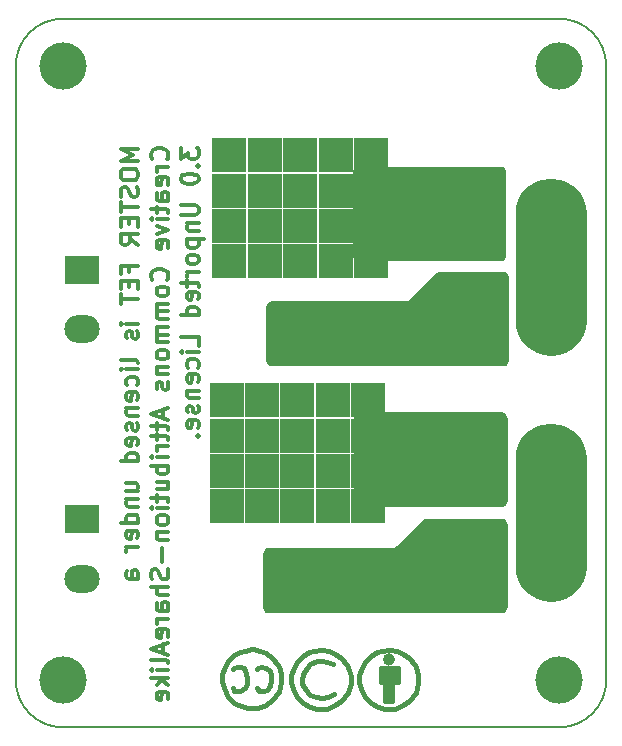
<source format=gbr>
G04 #@! TF.GenerationSoftware,KiCad,Pcbnew,(5.1.10)-1*
G04 #@! TF.CreationDate,2021-07-01T22:43:24-04:00*
G04 #@! TF.ProjectId,MOSTERFET,4d4f5354-4552-4464-9554-2e6b69636164,1.2*
G04 #@! TF.SameCoordinates,Original*
G04 #@! TF.FileFunction,Copper,L2,Bot*
G04 #@! TF.FilePolarity,Positive*
%FSLAX46Y46*%
G04 Gerber Fmt 4.6, Leading zero omitted, Abs format (unit mm)*
G04 Created by KiCad (PCBNEW (5.1.10)-1) date 2021-07-01 22:43:24*
%MOMM*%
%LPD*%
G01*
G04 APERTURE LIST*
G04 #@! TA.AperFunction,Profile*
%ADD10C,0.150000*%
G04 #@! TD*
G04 #@! TA.AperFunction,NonConductor*
%ADD11C,0.300000*%
G04 #@! TD*
G04 #@! TA.AperFunction,EtchedComponent*
%ADD12C,0.381000*%
G04 #@! TD*
G04 #@! TA.AperFunction,ComponentPad*
%ADD13R,3.000000X3.000000*%
G04 #@! TD*
G04 #@! TA.AperFunction,WasherPad*
%ADD14C,4.000000*%
G04 #@! TD*
G04 #@! TA.AperFunction,ComponentPad*
%ADD15O,3.000000X2.350000*%
G04 #@! TD*
G04 #@! TA.AperFunction,ComponentPad*
%ADD16R,3.000000X2.350000*%
G04 #@! TD*
G04 #@! TA.AperFunction,ComponentPad*
%ADD17C,6.000000*%
G04 #@! TD*
G04 #@! TA.AperFunction,ViaPad*
%ADD18C,0.600000*%
G04 #@! TD*
G04 #@! TA.AperFunction,Conductor*
%ADD19C,0.400000*%
G04 #@! TD*
G04 #@! TA.AperFunction,Conductor*
%ADD20C,6.000000*%
G04 #@! TD*
G04 #@! TA.AperFunction,Conductor*
%ADD21C,0.254000*%
G04 #@! TD*
G04 #@! TA.AperFunction,Conductor*
%ADD22C,0.100000*%
G04 #@! TD*
G04 APERTURE END LIST*
D10*
X73000000Y-61000000D02*
G75*
G02*
X77000000Y-57000000I4000000J0D01*
G01*
X77000000Y-117000000D02*
G75*
G02*
X73000000Y-113000000I0J4000000D01*
G01*
X123000000Y-113000000D02*
G75*
G02*
X119000000Y-117000000I-4000000J0D01*
G01*
X119000000Y-57000000D02*
G75*
G02*
X123000000Y-61000000I0J-4000000D01*
G01*
D11*
X83378571Y-68052142D02*
X81878571Y-68052142D01*
X82950000Y-68552142D01*
X81878571Y-69052142D01*
X83378571Y-69052142D01*
X81878571Y-70052142D02*
X81878571Y-70337857D01*
X81950000Y-70480714D01*
X82092857Y-70623571D01*
X82378571Y-70695000D01*
X82878571Y-70695000D01*
X83164285Y-70623571D01*
X83307142Y-70480714D01*
X83378571Y-70337857D01*
X83378571Y-70052142D01*
X83307142Y-69909285D01*
X83164285Y-69766428D01*
X82878571Y-69695000D01*
X82378571Y-69695000D01*
X82092857Y-69766428D01*
X81950000Y-69909285D01*
X81878571Y-70052142D01*
X83307142Y-71266428D02*
X83378571Y-71480714D01*
X83378571Y-71837857D01*
X83307142Y-71980714D01*
X83235714Y-72052142D01*
X83092857Y-72123571D01*
X82950000Y-72123571D01*
X82807142Y-72052142D01*
X82735714Y-71980714D01*
X82664285Y-71837857D01*
X82592857Y-71552142D01*
X82521428Y-71409285D01*
X82450000Y-71337857D01*
X82307142Y-71266428D01*
X82164285Y-71266428D01*
X82021428Y-71337857D01*
X81950000Y-71409285D01*
X81878571Y-71552142D01*
X81878571Y-71909285D01*
X81950000Y-72123571D01*
X81878571Y-72552142D02*
X81878571Y-73409285D01*
X83378571Y-72980714D02*
X81878571Y-72980714D01*
X82592857Y-73909285D02*
X82592857Y-74409285D01*
X83378571Y-74623571D02*
X83378571Y-73909285D01*
X81878571Y-73909285D01*
X81878571Y-74623571D01*
X83378571Y-76123571D02*
X82664285Y-75623571D01*
X83378571Y-75266428D02*
X81878571Y-75266428D01*
X81878571Y-75837857D01*
X81950000Y-75980714D01*
X82021428Y-76052142D01*
X82164285Y-76123571D01*
X82378571Y-76123571D01*
X82521428Y-76052142D01*
X82592857Y-75980714D01*
X82664285Y-75837857D01*
X82664285Y-75266428D01*
X82592857Y-78409285D02*
X82592857Y-77909285D01*
X83378571Y-77909285D02*
X81878571Y-77909285D01*
X81878571Y-78623571D01*
X82592857Y-79195000D02*
X82592857Y-79695000D01*
X83378571Y-79909285D02*
X83378571Y-79195000D01*
X81878571Y-79195000D01*
X81878571Y-79909285D01*
X81878571Y-80337857D02*
X81878571Y-81195000D01*
X83378571Y-80766428D02*
X81878571Y-80766428D01*
X83378571Y-82837857D02*
X82378571Y-82837857D01*
X81878571Y-82837857D02*
X81950000Y-82766428D01*
X82021428Y-82837857D01*
X81950000Y-82909285D01*
X81878571Y-82837857D01*
X82021428Y-82837857D01*
X83307142Y-83480714D02*
X83378571Y-83623571D01*
X83378571Y-83909285D01*
X83307142Y-84052142D01*
X83164285Y-84123571D01*
X83092857Y-84123571D01*
X82950000Y-84052142D01*
X82878571Y-83909285D01*
X82878571Y-83695000D01*
X82807142Y-83552142D01*
X82664285Y-83480714D01*
X82592857Y-83480714D01*
X82450000Y-83552142D01*
X82378571Y-83695000D01*
X82378571Y-83909285D01*
X82450000Y-84052142D01*
X83378571Y-86123571D02*
X83307142Y-85980714D01*
X83164285Y-85909285D01*
X81878571Y-85909285D01*
X83378571Y-86695000D02*
X82378571Y-86695000D01*
X81878571Y-86695000D02*
X81950000Y-86623571D01*
X82021428Y-86695000D01*
X81950000Y-86766428D01*
X81878571Y-86695000D01*
X82021428Y-86695000D01*
X83307142Y-88052142D02*
X83378571Y-87909285D01*
X83378571Y-87623571D01*
X83307142Y-87480714D01*
X83235714Y-87409285D01*
X83092857Y-87337857D01*
X82664285Y-87337857D01*
X82521428Y-87409285D01*
X82450000Y-87480714D01*
X82378571Y-87623571D01*
X82378571Y-87909285D01*
X82450000Y-88052142D01*
X83307142Y-89266428D02*
X83378571Y-89123571D01*
X83378571Y-88837857D01*
X83307142Y-88695000D01*
X83164285Y-88623571D01*
X82592857Y-88623571D01*
X82450000Y-88695000D01*
X82378571Y-88837857D01*
X82378571Y-89123571D01*
X82450000Y-89266428D01*
X82592857Y-89337857D01*
X82735714Y-89337857D01*
X82878571Y-88623571D01*
X82378571Y-89980714D02*
X83378571Y-89980714D01*
X82521428Y-89980714D02*
X82450000Y-90052142D01*
X82378571Y-90195000D01*
X82378571Y-90409285D01*
X82450000Y-90552142D01*
X82592857Y-90623571D01*
X83378571Y-90623571D01*
X83307142Y-91266428D02*
X83378571Y-91409285D01*
X83378571Y-91695000D01*
X83307142Y-91837857D01*
X83164285Y-91909285D01*
X83092857Y-91909285D01*
X82950000Y-91837857D01*
X82878571Y-91695000D01*
X82878571Y-91480714D01*
X82807142Y-91337857D01*
X82664285Y-91266428D01*
X82592857Y-91266428D01*
X82450000Y-91337857D01*
X82378571Y-91480714D01*
X82378571Y-91695000D01*
X82450000Y-91837857D01*
X83307142Y-93123571D02*
X83378571Y-92980714D01*
X83378571Y-92695000D01*
X83307142Y-92552142D01*
X83164285Y-92480714D01*
X82592857Y-92480714D01*
X82450000Y-92552142D01*
X82378571Y-92695000D01*
X82378571Y-92980714D01*
X82450000Y-93123571D01*
X82592857Y-93195000D01*
X82735714Y-93195000D01*
X82878571Y-92480714D01*
X83378571Y-94480714D02*
X81878571Y-94480714D01*
X83307142Y-94480714D02*
X83378571Y-94337857D01*
X83378571Y-94052142D01*
X83307142Y-93909285D01*
X83235714Y-93837857D01*
X83092857Y-93766428D01*
X82664285Y-93766428D01*
X82521428Y-93837857D01*
X82450000Y-93909285D01*
X82378571Y-94052142D01*
X82378571Y-94337857D01*
X82450000Y-94480714D01*
X82378571Y-96980714D02*
X83378571Y-96980714D01*
X82378571Y-96337857D02*
X83164285Y-96337857D01*
X83307142Y-96409285D01*
X83378571Y-96552142D01*
X83378571Y-96766428D01*
X83307142Y-96909285D01*
X83235714Y-96980714D01*
X82378571Y-97695000D02*
X83378571Y-97695000D01*
X82521428Y-97695000D02*
X82450000Y-97766428D01*
X82378571Y-97909285D01*
X82378571Y-98123571D01*
X82450000Y-98266428D01*
X82592857Y-98337857D01*
X83378571Y-98337857D01*
X83378571Y-99695000D02*
X81878571Y-99695000D01*
X83307142Y-99695000D02*
X83378571Y-99552142D01*
X83378571Y-99266428D01*
X83307142Y-99123571D01*
X83235714Y-99052142D01*
X83092857Y-98980714D01*
X82664285Y-98980714D01*
X82521428Y-99052142D01*
X82450000Y-99123571D01*
X82378571Y-99266428D01*
X82378571Y-99552142D01*
X82450000Y-99695000D01*
X83307142Y-100980714D02*
X83378571Y-100837857D01*
X83378571Y-100552142D01*
X83307142Y-100409285D01*
X83164285Y-100337857D01*
X82592857Y-100337857D01*
X82450000Y-100409285D01*
X82378571Y-100552142D01*
X82378571Y-100837857D01*
X82450000Y-100980714D01*
X82592857Y-101052142D01*
X82735714Y-101052142D01*
X82878571Y-100337857D01*
X83378571Y-101695000D02*
X82378571Y-101695000D01*
X82664285Y-101695000D02*
X82521428Y-101766428D01*
X82450000Y-101837857D01*
X82378571Y-101980714D01*
X82378571Y-102123571D01*
X83378571Y-104409285D02*
X82592857Y-104409285D01*
X82450000Y-104337857D01*
X82378571Y-104195000D01*
X82378571Y-103909285D01*
X82450000Y-103766428D01*
X83307142Y-104409285D02*
X83378571Y-104266428D01*
X83378571Y-103909285D01*
X83307142Y-103766428D01*
X83164285Y-103695000D01*
X83021428Y-103695000D01*
X82878571Y-103766428D01*
X82807142Y-103909285D01*
X82807142Y-104266428D01*
X82735714Y-104409285D01*
X85785714Y-68909285D02*
X85857142Y-68837857D01*
X85928571Y-68623571D01*
X85928571Y-68480714D01*
X85857142Y-68266428D01*
X85714285Y-68123571D01*
X85571428Y-68052142D01*
X85285714Y-67980714D01*
X85071428Y-67980714D01*
X84785714Y-68052142D01*
X84642857Y-68123571D01*
X84500000Y-68266428D01*
X84428571Y-68480714D01*
X84428571Y-68623571D01*
X84500000Y-68837857D01*
X84571428Y-68909285D01*
X85928571Y-69552142D02*
X84928571Y-69552142D01*
X85214285Y-69552142D02*
X85071428Y-69623571D01*
X85000000Y-69695000D01*
X84928571Y-69837857D01*
X84928571Y-69980714D01*
X85857142Y-71052142D02*
X85928571Y-70909285D01*
X85928571Y-70623571D01*
X85857142Y-70480714D01*
X85714285Y-70409285D01*
X85142857Y-70409285D01*
X85000000Y-70480714D01*
X84928571Y-70623571D01*
X84928571Y-70909285D01*
X85000000Y-71052142D01*
X85142857Y-71123571D01*
X85285714Y-71123571D01*
X85428571Y-70409285D01*
X85928571Y-72409285D02*
X85142857Y-72409285D01*
X85000000Y-72337857D01*
X84928571Y-72195000D01*
X84928571Y-71909285D01*
X85000000Y-71766428D01*
X85857142Y-72409285D02*
X85928571Y-72266428D01*
X85928571Y-71909285D01*
X85857142Y-71766428D01*
X85714285Y-71695000D01*
X85571428Y-71695000D01*
X85428571Y-71766428D01*
X85357142Y-71909285D01*
X85357142Y-72266428D01*
X85285714Y-72409285D01*
X84928571Y-72909285D02*
X84928571Y-73480714D01*
X84428571Y-73123571D02*
X85714285Y-73123571D01*
X85857142Y-73195000D01*
X85928571Y-73337857D01*
X85928571Y-73480714D01*
X85928571Y-73980714D02*
X84928571Y-73980714D01*
X84428571Y-73980714D02*
X84500000Y-73909285D01*
X84571428Y-73980714D01*
X84500000Y-74052142D01*
X84428571Y-73980714D01*
X84571428Y-73980714D01*
X84928571Y-74552142D02*
X85928571Y-74909285D01*
X84928571Y-75266428D01*
X85857142Y-76409285D02*
X85928571Y-76266428D01*
X85928571Y-75980714D01*
X85857142Y-75837857D01*
X85714285Y-75766428D01*
X85142857Y-75766428D01*
X85000000Y-75837857D01*
X84928571Y-75980714D01*
X84928571Y-76266428D01*
X85000000Y-76409285D01*
X85142857Y-76480714D01*
X85285714Y-76480714D01*
X85428571Y-75766428D01*
X85785714Y-79123571D02*
X85857142Y-79052142D01*
X85928571Y-78837857D01*
X85928571Y-78695000D01*
X85857142Y-78480714D01*
X85714285Y-78337857D01*
X85571428Y-78266428D01*
X85285714Y-78195000D01*
X85071428Y-78195000D01*
X84785714Y-78266428D01*
X84642857Y-78337857D01*
X84500000Y-78480714D01*
X84428571Y-78695000D01*
X84428571Y-78837857D01*
X84500000Y-79052142D01*
X84571428Y-79123571D01*
X85928571Y-79980714D02*
X85857142Y-79837857D01*
X85785714Y-79766428D01*
X85642857Y-79695000D01*
X85214285Y-79695000D01*
X85071428Y-79766428D01*
X85000000Y-79837857D01*
X84928571Y-79980714D01*
X84928571Y-80195000D01*
X85000000Y-80337857D01*
X85071428Y-80409285D01*
X85214285Y-80480714D01*
X85642857Y-80480714D01*
X85785714Y-80409285D01*
X85857142Y-80337857D01*
X85928571Y-80195000D01*
X85928571Y-79980714D01*
X85928571Y-81123571D02*
X84928571Y-81123571D01*
X85071428Y-81123571D02*
X85000000Y-81195000D01*
X84928571Y-81337857D01*
X84928571Y-81552142D01*
X85000000Y-81695000D01*
X85142857Y-81766428D01*
X85928571Y-81766428D01*
X85142857Y-81766428D02*
X85000000Y-81837857D01*
X84928571Y-81980714D01*
X84928571Y-82195000D01*
X85000000Y-82337857D01*
X85142857Y-82409285D01*
X85928571Y-82409285D01*
X85928571Y-83123571D02*
X84928571Y-83123571D01*
X85071428Y-83123571D02*
X85000000Y-83195000D01*
X84928571Y-83337857D01*
X84928571Y-83552142D01*
X85000000Y-83695000D01*
X85142857Y-83766428D01*
X85928571Y-83766428D01*
X85142857Y-83766428D02*
X85000000Y-83837857D01*
X84928571Y-83980714D01*
X84928571Y-84195000D01*
X85000000Y-84337857D01*
X85142857Y-84409285D01*
X85928571Y-84409285D01*
X85928571Y-85337857D02*
X85857142Y-85195000D01*
X85785714Y-85123571D01*
X85642857Y-85052142D01*
X85214285Y-85052142D01*
X85071428Y-85123571D01*
X85000000Y-85195000D01*
X84928571Y-85337857D01*
X84928571Y-85552142D01*
X85000000Y-85695000D01*
X85071428Y-85766428D01*
X85214285Y-85837857D01*
X85642857Y-85837857D01*
X85785714Y-85766428D01*
X85857142Y-85695000D01*
X85928571Y-85552142D01*
X85928571Y-85337857D01*
X84928571Y-86480714D02*
X85928571Y-86480714D01*
X85071428Y-86480714D02*
X85000000Y-86552142D01*
X84928571Y-86695000D01*
X84928571Y-86909285D01*
X85000000Y-87052142D01*
X85142857Y-87123571D01*
X85928571Y-87123571D01*
X85857142Y-87766428D02*
X85928571Y-87909285D01*
X85928571Y-88195000D01*
X85857142Y-88337857D01*
X85714285Y-88409285D01*
X85642857Y-88409285D01*
X85500000Y-88337857D01*
X85428571Y-88195000D01*
X85428571Y-87980714D01*
X85357142Y-87837857D01*
X85214285Y-87766428D01*
X85142857Y-87766428D01*
X85000000Y-87837857D01*
X84928571Y-87980714D01*
X84928571Y-88195000D01*
X85000000Y-88337857D01*
X85500000Y-90123571D02*
X85500000Y-90837857D01*
X85928571Y-89980714D02*
X84428571Y-90480714D01*
X85928571Y-90980714D01*
X84928571Y-91266428D02*
X84928571Y-91837857D01*
X84428571Y-91480714D02*
X85714285Y-91480714D01*
X85857142Y-91552142D01*
X85928571Y-91695000D01*
X85928571Y-91837857D01*
X84928571Y-92123571D02*
X84928571Y-92695000D01*
X84428571Y-92337857D02*
X85714285Y-92337857D01*
X85857142Y-92409285D01*
X85928571Y-92552142D01*
X85928571Y-92695000D01*
X85928571Y-93195000D02*
X84928571Y-93195000D01*
X85214285Y-93195000D02*
X85071428Y-93266428D01*
X85000000Y-93337857D01*
X84928571Y-93480714D01*
X84928571Y-93623571D01*
X85928571Y-94123571D02*
X84928571Y-94123571D01*
X84428571Y-94123571D02*
X84500000Y-94052142D01*
X84571428Y-94123571D01*
X84500000Y-94195000D01*
X84428571Y-94123571D01*
X84571428Y-94123571D01*
X85928571Y-94837857D02*
X84428571Y-94837857D01*
X85000000Y-94837857D02*
X84928571Y-94980714D01*
X84928571Y-95266428D01*
X85000000Y-95409285D01*
X85071428Y-95480714D01*
X85214285Y-95552142D01*
X85642857Y-95552142D01*
X85785714Y-95480714D01*
X85857142Y-95409285D01*
X85928571Y-95266428D01*
X85928571Y-94980714D01*
X85857142Y-94837857D01*
X84928571Y-96837857D02*
X85928571Y-96837857D01*
X84928571Y-96195000D02*
X85714285Y-96195000D01*
X85857142Y-96266428D01*
X85928571Y-96409285D01*
X85928571Y-96623571D01*
X85857142Y-96766428D01*
X85785714Y-96837857D01*
X84928571Y-97337857D02*
X84928571Y-97909285D01*
X84428571Y-97552142D02*
X85714285Y-97552142D01*
X85857142Y-97623571D01*
X85928571Y-97766428D01*
X85928571Y-97909285D01*
X85928571Y-98409285D02*
X84928571Y-98409285D01*
X84428571Y-98409285D02*
X84500000Y-98337857D01*
X84571428Y-98409285D01*
X84500000Y-98480714D01*
X84428571Y-98409285D01*
X84571428Y-98409285D01*
X85928571Y-99337857D02*
X85857142Y-99195000D01*
X85785714Y-99123571D01*
X85642857Y-99052142D01*
X85214285Y-99052142D01*
X85071428Y-99123571D01*
X85000000Y-99195000D01*
X84928571Y-99337857D01*
X84928571Y-99552142D01*
X85000000Y-99695000D01*
X85071428Y-99766428D01*
X85214285Y-99837857D01*
X85642857Y-99837857D01*
X85785714Y-99766428D01*
X85857142Y-99695000D01*
X85928571Y-99552142D01*
X85928571Y-99337857D01*
X84928571Y-100480714D02*
X85928571Y-100480714D01*
X85071428Y-100480714D02*
X85000000Y-100552142D01*
X84928571Y-100695000D01*
X84928571Y-100909285D01*
X85000000Y-101052142D01*
X85142857Y-101123571D01*
X85928571Y-101123571D01*
X85357142Y-101837857D02*
X85357142Y-102980714D01*
X85857142Y-103623571D02*
X85928571Y-103837857D01*
X85928571Y-104195000D01*
X85857142Y-104337857D01*
X85785714Y-104409285D01*
X85642857Y-104480714D01*
X85500000Y-104480714D01*
X85357142Y-104409285D01*
X85285714Y-104337857D01*
X85214285Y-104195000D01*
X85142857Y-103909285D01*
X85071428Y-103766428D01*
X85000000Y-103695000D01*
X84857142Y-103623571D01*
X84714285Y-103623571D01*
X84571428Y-103695000D01*
X84500000Y-103766428D01*
X84428571Y-103909285D01*
X84428571Y-104266428D01*
X84500000Y-104480714D01*
X85928571Y-105123571D02*
X84428571Y-105123571D01*
X85928571Y-105766428D02*
X85142857Y-105766428D01*
X85000000Y-105695000D01*
X84928571Y-105552142D01*
X84928571Y-105337857D01*
X85000000Y-105195000D01*
X85071428Y-105123571D01*
X85928571Y-107123571D02*
X85142857Y-107123571D01*
X85000000Y-107052142D01*
X84928571Y-106909285D01*
X84928571Y-106623571D01*
X85000000Y-106480714D01*
X85857142Y-107123571D02*
X85928571Y-106980714D01*
X85928571Y-106623571D01*
X85857142Y-106480714D01*
X85714285Y-106409285D01*
X85571428Y-106409285D01*
X85428571Y-106480714D01*
X85357142Y-106623571D01*
X85357142Y-106980714D01*
X85285714Y-107123571D01*
X85928571Y-107837857D02*
X84928571Y-107837857D01*
X85214285Y-107837857D02*
X85071428Y-107909285D01*
X85000000Y-107980714D01*
X84928571Y-108123571D01*
X84928571Y-108266428D01*
X85857142Y-109337857D02*
X85928571Y-109195000D01*
X85928571Y-108909285D01*
X85857142Y-108766428D01*
X85714285Y-108695000D01*
X85142857Y-108695000D01*
X85000000Y-108766428D01*
X84928571Y-108909285D01*
X84928571Y-109195000D01*
X85000000Y-109337857D01*
X85142857Y-109409285D01*
X85285714Y-109409285D01*
X85428571Y-108695000D01*
X85500000Y-109980714D02*
X85500000Y-110695000D01*
X85928571Y-109837857D02*
X84428571Y-110337857D01*
X85928571Y-110837857D01*
X85928571Y-111552142D02*
X85857142Y-111409285D01*
X85714285Y-111337857D01*
X84428571Y-111337857D01*
X85928571Y-112123571D02*
X84928571Y-112123571D01*
X84428571Y-112123571D02*
X84500000Y-112052142D01*
X84571428Y-112123571D01*
X84500000Y-112195000D01*
X84428571Y-112123571D01*
X84571428Y-112123571D01*
X85928571Y-112837857D02*
X84428571Y-112837857D01*
X85357142Y-112980714D02*
X85928571Y-113409285D01*
X84928571Y-113409285D02*
X85500000Y-112837857D01*
X85857142Y-114623571D02*
X85928571Y-114480714D01*
X85928571Y-114195000D01*
X85857142Y-114052142D01*
X85714285Y-113980714D01*
X85142857Y-113980714D01*
X85000000Y-114052142D01*
X84928571Y-114195000D01*
X84928571Y-114480714D01*
X85000000Y-114623571D01*
X85142857Y-114695000D01*
X85285714Y-114695000D01*
X85428571Y-113980714D01*
X86978571Y-67909285D02*
X86978571Y-68837857D01*
X87550000Y-68337857D01*
X87550000Y-68552142D01*
X87621428Y-68695000D01*
X87692857Y-68766428D01*
X87835714Y-68837857D01*
X88192857Y-68837857D01*
X88335714Y-68766428D01*
X88407142Y-68695000D01*
X88478571Y-68552142D01*
X88478571Y-68123571D01*
X88407142Y-67980714D01*
X88335714Y-67909285D01*
X88335714Y-69480714D02*
X88407142Y-69552142D01*
X88478571Y-69480714D01*
X88407142Y-69409285D01*
X88335714Y-69480714D01*
X88478571Y-69480714D01*
X86978571Y-70480714D02*
X86978571Y-70623571D01*
X87050000Y-70766428D01*
X87121428Y-70837857D01*
X87264285Y-70909285D01*
X87550000Y-70980714D01*
X87907142Y-70980714D01*
X88192857Y-70909285D01*
X88335714Y-70837857D01*
X88407142Y-70766428D01*
X88478571Y-70623571D01*
X88478571Y-70480714D01*
X88407142Y-70337857D01*
X88335714Y-70266428D01*
X88192857Y-70195000D01*
X87907142Y-70123571D01*
X87550000Y-70123571D01*
X87264285Y-70195000D01*
X87121428Y-70266428D01*
X87050000Y-70337857D01*
X86978571Y-70480714D01*
X86978571Y-72766428D02*
X88192857Y-72766428D01*
X88335714Y-72837857D01*
X88407142Y-72909285D01*
X88478571Y-73052142D01*
X88478571Y-73337857D01*
X88407142Y-73480714D01*
X88335714Y-73552142D01*
X88192857Y-73623571D01*
X86978571Y-73623571D01*
X87478571Y-74337857D02*
X88478571Y-74337857D01*
X87621428Y-74337857D02*
X87550000Y-74409285D01*
X87478571Y-74552142D01*
X87478571Y-74766428D01*
X87550000Y-74909285D01*
X87692857Y-74980714D01*
X88478571Y-74980714D01*
X87478571Y-75695000D02*
X88978571Y-75695000D01*
X87550000Y-75695000D02*
X87478571Y-75837857D01*
X87478571Y-76123571D01*
X87550000Y-76266428D01*
X87621428Y-76337857D01*
X87764285Y-76409285D01*
X88192857Y-76409285D01*
X88335714Y-76337857D01*
X88407142Y-76266428D01*
X88478571Y-76123571D01*
X88478571Y-75837857D01*
X88407142Y-75695000D01*
X88478571Y-77266428D02*
X88407142Y-77123571D01*
X88335714Y-77052142D01*
X88192857Y-76980714D01*
X87764285Y-76980714D01*
X87621428Y-77052142D01*
X87550000Y-77123571D01*
X87478571Y-77266428D01*
X87478571Y-77480714D01*
X87550000Y-77623571D01*
X87621428Y-77695000D01*
X87764285Y-77766428D01*
X88192857Y-77766428D01*
X88335714Y-77695000D01*
X88407142Y-77623571D01*
X88478571Y-77480714D01*
X88478571Y-77266428D01*
X88478571Y-78409285D02*
X87478571Y-78409285D01*
X87764285Y-78409285D02*
X87621428Y-78480714D01*
X87550000Y-78552142D01*
X87478571Y-78695000D01*
X87478571Y-78837857D01*
X87478571Y-79123571D02*
X87478571Y-79695000D01*
X86978571Y-79337857D02*
X88264285Y-79337857D01*
X88407142Y-79409285D01*
X88478571Y-79552142D01*
X88478571Y-79695000D01*
X88407142Y-80766428D02*
X88478571Y-80623571D01*
X88478571Y-80337857D01*
X88407142Y-80195000D01*
X88264285Y-80123571D01*
X87692857Y-80123571D01*
X87550000Y-80195000D01*
X87478571Y-80337857D01*
X87478571Y-80623571D01*
X87550000Y-80766428D01*
X87692857Y-80837857D01*
X87835714Y-80837857D01*
X87978571Y-80123571D01*
X88478571Y-82123571D02*
X86978571Y-82123571D01*
X88407142Y-82123571D02*
X88478571Y-81980714D01*
X88478571Y-81695000D01*
X88407142Y-81552142D01*
X88335714Y-81480714D01*
X88192857Y-81409285D01*
X87764285Y-81409285D01*
X87621428Y-81480714D01*
X87550000Y-81552142D01*
X87478571Y-81695000D01*
X87478571Y-81980714D01*
X87550000Y-82123571D01*
X88478571Y-84695000D02*
X88478571Y-83980714D01*
X86978571Y-83980714D01*
X88478571Y-85195000D02*
X87478571Y-85195000D01*
X86978571Y-85195000D02*
X87050000Y-85123571D01*
X87121428Y-85195000D01*
X87050000Y-85266428D01*
X86978571Y-85195000D01*
X87121428Y-85195000D01*
X88407142Y-86552142D02*
X88478571Y-86409285D01*
X88478571Y-86123571D01*
X88407142Y-85980714D01*
X88335714Y-85909285D01*
X88192857Y-85837857D01*
X87764285Y-85837857D01*
X87621428Y-85909285D01*
X87550000Y-85980714D01*
X87478571Y-86123571D01*
X87478571Y-86409285D01*
X87550000Y-86552142D01*
X88407142Y-87766428D02*
X88478571Y-87623571D01*
X88478571Y-87337857D01*
X88407142Y-87195000D01*
X88264285Y-87123571D01*
X87692857Y-87123571D01*
X87550000Y-87195000D01*
X87478571Y-87337857D01*
X87478571Y-87623571D01*
X87550000Y-87766428D01*
X87692857Y-87837857D01*
X87835714Y-87837857D01*
X87978571Y-87123571D01*
X87478571Y-88480714D02*
X88478571Y-88480714D01*
X87621428Y-88480714D02*
X87550000Y-88552142D01*
X87478571Y-88695000D01*
X87478571Y-88909285D01*
X87550000Y-89052142D01*
X87692857Y-89123571D01*
X88478571Y-89123571D01*
X88407142Y-89766428D02*
X88478571Y-89909285D01*
X88478571Y-90195000D01*
X88407142Y-90337857D01*
X88264285Y-90409285D01*
X88192857Y-90409285D01*
X88050000Y-90337857D01*
X87978571Y-90195000D01*
X87978571Y-89980714D01*
X87907142Y-89837857D01*
X87764285Y-89766428D01*
X87692857Y-89766428D01*
X87550000Y-89837857D01*
X87478571Y-89980714D01*
X87478571Y-90195000D01*
X87550000Y-90337857D01*
X88407142Y-91623571D02*
X88478571Y-91480714D01*
X88478571Y-91195000D01*
X88407142Y-91052142D01*
X88264285Y-90980714D01*
X87692857Y-90980714D01*
X87550000Y-91052142D01*
X87478571Y-91195000D01*
X87478571Y-91480714D01*
X87550000Y-91623571D01*
X87692857Y-91695000D01*
X87835714Y-91695000D01*
X87978571Y-90980714D01*
X88335714Y-92337857D02*
X88407142Y-92409285D01*
X88478571Y-92337857D01*
X88407142Y-92266428D01*
X88335714Y-92337857D01*
X88478571Y-92337857D01*
D10*
X77000000Y-117000000D02*
X119000000Y-117000000D01*
X77000000Y-57000000D02*
X119000000Y-57000000D01*
X123000000Y-113000000D02*
X123000000Y-61000000D01*
X73000000Y-113000000D02*
X73000000Y-61000000D01*
D12*
X92400560Y-110499700D02*
X93000000Y-110400640D01*
X91999240Y-110598760D02*
X92400560Y-110499700D01*
X91498860Y-110901020D02*
X91999240Y-110598760D01*
X91001020Y-111398860D02*
X91498860Y-110901020D01*
X90698760Y-111899240D02*
X91001020Y-111398860D01*
X90500640Y-112501220D02*
X90698760Y-111899240D01*
X90500640Y-113100660D02*
X90500640Y-112501220D01*
X90599700Y-113700100D02*
X90500640Y-113100660D01*
X91001020Y-114401140D02*
X90599700Y-113700100D01*
X91498860Y-114898980D02*
X91001020Y-114401140D01*
X92100840Y-115201240D02*
X91498860Y-114898980D01*
X92700280Y-115399360D02*
X92100840Y-115201240D01*
X93500380Y-115399360D02*
X92700280Y-115399360D01*
X94198880Y-115099640D02*
X93500380Y-115399360D01*
X94699260Y-114700860D02*
X94198880Y-115099640D01*
X95301240Y-113999820D02*
X94699260Y-114700860D01*
X95499360Y-113199720D02*
X95301240Y-113999820D01*
X95499360Y-112600280D02*
X95499360Y-113199720D01*
X95400300Y-112099900D02*
X95499360Y-112600280D01*
X95199640Y-111701120D02*
X95400300Y-112099900D01*
X94699260Y-111099140D02*
X95199640Y-111701120D01*
X94198880Y-110700360D02*
X94699260Y-111099140D01*
X93701040Y-110499700D02*
X94198880Y-110700360D01*
X93099060Y-110400640D02*
X93701040Y-110499700D01*
X93000000Y-110400640D02*
X93099060Y-110400640D01*
X93599440Y-113900760D02*
X93398780Y-113700100D01*
X94000760Y-113900760D02*
X93599440Y-113900760D01*
X94300480Y-113799160D02*
X94000760Y-113900760D01*
X94501140Y-113499440D02*
X94300480Y-113799160D01*
X94600200Y-112999060D02*
X94501140Y-113499440D01*
X94600200Y-112600280D02*
X94600200Y-112999060D01*
X94501140Y-112198960D02*
X94600200Y-112600280D01*
X94198880Y-112000840D02*
X94501140Y-112198960D01*
X93800100Y-111899240D02*
X94198880Y-112000840D01*
X93500380Y-112000840D02*
X93800100Y-111899240D01*
X93398780Y-112099900D02*
X93500380Y-112000840D01*
X91498860Y-113900760D02*
X91399800Y-113700100D01*
X91801120Y-113900760D02*
X91498860Y-113900760D01*
X91999240Y-113900760D02*
X91801120Y-113900760D01*
X92400560Y-113700100D02*
X91999240Y-113900760D01*
X92601220Y-113298780D02*
X92400560Y-113700100D01*
X92601220Y-112900000D02*
X92601220Y-113298780D01*
X92499620Y-112399620D02*
X92601220Y-112900000D01*
X92298960Y-112000840D02*
X92499620Y-112399620D01*
X91999240Y-111899240D02*
X92298960Y-112000840D01*
X91699520Y-111899240D02*
X91999240Y-111899240D01*
X91498860Y-112000840D02*
X91699520Y-111899240D01*
X91399800Y-112099900D02*
X91498860Y-112000840D01*
X98250560Y-110549700D02*
X98850000Y-110450640D01*
X97849240Y-110648760D02*
X98250560Y-110549700D01*
X97348860Y-110951020D02*
X97849240Y-110648760D01*
X96851020Y-111448860D02*
X97348860Y-110951020D01*
X96548760Y-111949240D02*
X96851020Y-111448860D01*
X96350640Y-112551220D02*
X96548760Y-111949240D01*
X96350640Y-113150660D02*
X96350640Y-112551220D01*
X96449700Y-113750100D02*
X96350640Y-113150660D01*
X96851020Y-114451140D02*
X96449700Y-113750100D01*
X97348860Y-114948980D02*
X96851020Y-114451140D01*
X97950840Y-115251240D02*
X97348860Y-114948980D01*
X98550280Y-115449360D02*
X97950840Y-115251240D01*
X99350380Y-115449360D02*
X98550280Y-115449360D01*
X100048880Y-115149640D02*
X99350380Y-115449360D01*
X100549260Y-114750860D02*
X100048880Y-115149640D01*
X101151240Y-114049820D02*
X100549260Y-114750860D01*
X101349360Y-113249720D02*
X101151240Y-114049820D01*
X101349360Y-112650280D02*
X101349360Y-113249720D01*
X101250300Y-112149900D02*
X101349360Y-112650280D01*
X101049640Y-111751120D02*
X101250300Y-112149900D01*
X100549260Y-111149140D02*
X101049640Y-111751120D01*
X100048880Y-110750360D02*
X100549260Y-111149140D01*
X99551040Y-110549700D02*
X100048880Y-110750360D01*
X98949060Y-110450640D02*
X99551040Y-110549700D01*
X98850000Y-110450640D02*
X98949060Y-110450640D01*
X99350380Y-111448860D02*
X99850760Y-111649520D01*
X98949060Y-111349800D02*
X99350380Y-111448860D01*
X98550280Y-111349800D02*
X98949060Y-111349800D01*
X97950840Y-111649520D02*
X98550280Y-111349800D01*
X97651120Y-111949240D02*
X97950840Y-111649520D01*
X97348860Y-112449620D02*
X97651120Y-111949240D01*
X97249800Y-112950000D02*
X97348860Y-112449620D01*
X97249800Y-113348780D02*
X97249800Y-112950000D01*
X97549520Y-113849160D02*
X97249800Y-113348780D01*
X97950840Y-114250480D02*
X97549520Y-113849160D01*
X98451220Y-114451140D02*
X97950840Y-114250480D01*
X98949060Y-114550200D02*
X98451220Y-114451140D01*
X99449440Y-114451140D02*
X98949060Y-114550200D01*
X99949820Y-114148880D02*
X99449440Y-114451140D01*
X104000560Y-110549700D02*
X104600000Y-110450640D01*
X103599240Y-110648760D02*
X104000560Y-110549700D01*
X103098860Y-110951020D02*
X103599240Y-110648760D01*
X102601020Y-111448860D02*
X103098860Y-110951020D01*
X102298760Y-111949240D02*
X102601020Y-111448860D01*
X102100640Y-112551220D02*
X102298760Y-111949240D01*
X102100640Y-113150660D02*
X102100640Y-112551220D01*
X102199700Y-113750100D02*
X102100640Y-113150660D01*
X102601020Y-114451140D02*
X102199700Y-113750100D01*
X103098860Y-114948980D02*
X102601020Y-114451140D01*
X103700840Y-115251240D02*
X103098860Y-114948980D01*
X104300280Y-115449360D02*
X103700840Y-115251240D01*
X105100380Y-115449360D02*
X104300280Y-115449360D01*
X105798880Y-115149640D02*
X105100380Y-115449360D01*
X106299260Y-114750860D02*
X105798880Y-115149640D01*
X106901240Y-114049820D02*
X106299260Y-114750860D01*
X107099360Y-113249720D02*
X106901240Y-114049820D01*
X107099360Y-112650280D02*
X107099360Y-113249720D01*
X107000300Y-112149900D02*
X107099360Y-112650280D01*
X106799640Y-111751120D02*
X107000300Y-112149900D01*
X106299260Y-111149140D02*
X106799640Y-111751120D01*
X105798880Y-110750360D02*
X106299260Y-111149140D01*
X105301040Y-110549700D02*
X105798880Y-110750360D01*
X104699060Y-110450640D02*
X105301040Y-110549700D01*
X104600000Y-110450640D02*
X104699060Y-110450640D01*
X104915666Y-111250740D02*
G75*
G03*
X104915666Y-111250740I-315666J0D01*
G01*
X105400100Y-113150660D02*
X105400100Y-111949240D01*
X103898960Y-113150660D02*
X105400100Y-113150660D01*
X103898960Y-111949240D02*
X103898960Y-113150660D01*
X105400100Y-111949240D02*
X103898960Y-111949240D01*
X104899720Y-114750860D02*
X104399340Y-114750860D01*
X104899720Y-113249720D02*
X104899720Y-114750860D01*
X104300280Y-114750860D02*
X104300280Y-113150660D01*
X104500940Y-114750860D02*
X104300280Y-114750860D01*
X104600000Y-113249720D02*
X104600000Y-114550200D01*
X105400100Y-112850940D02*
X104099620Y-112850940D01*
X104099620Y-112551220D02*
X105301040Y-112551220D01*
X105301040Y-112248960D02*
X104000560Y-112248960D01*
X104600000Y-111050080D02*
X104600000Y-111448860D01*
D13*
X103100000Y-77550000D03*
X103100000Y-74550000D03*
X103100000Y-71550000D03*
X103100000Y-68550000D03*
X91100000Y-77550000D03*
X91100000Y-74550000D03*
X91100000Y-68550000D03*
X91100000Y-71550000D03*
X100100000Y-68550000D03*
X97100000Y-68550000D03*
X94100000Y-68550000D03*
X94100000Y-71550000D03*
X100100000Y-71550000D03*
X97100000Y-71550000D03*
X94100000Y-74550000D03*
X100100000Y-74550000D03*
X97100000Y-74550000D03*
X94100000Y-77550000D03*
X100100000Y-77550000D03*
X97100000Y-77550000D03*
X102850000Y-98300000D03*
X102850000Y-95300000D03*
X102850000Y-92300000D03*
X102850000Y-89300000D03*
X90850000Y-98300000D03*
X90850000Y-95300000D03*
X90850000Y-89300000D03*
X90850000Y-92300000D03*
X99850000Y-89300000D03*
X96850000Y-89300000D03*
X93850000Y-89300000D03*
X93850000Y-92300000D03*
X99850000Y-92300000D03*
X96850000Y-92300000D03*
X93850000Y-95300000D03*
X99850000Y-95300000D03*
X96850000Y-95300000D03*
X93850000Y-98300000D03*
X99850000Y-98300000D03*
X96850000Y-98300000D03*
D14*
X77000000Y-113000000D03*
X119000000Y-61000000D03*
D15*
X78600000Y-83300000D03*
D16*
X78600000Y-78300000D03*
D17*
X111375000Y-73500000D03*
X118325000Y-73500000D03*
X111375000Y-82500000D03*
X118325000Y-82500000D03*
X118325000Y-103300000D03*
X111375000Y-103300000D03*
D16*
X78600000Y-99400000D03*
D15*
X78600000Y-104400000D03*
D17*
X118325000Y-94300000D03*
X111375000Y-94300000D03*
D14*
X119000000Y-113000000D03*
X77000000Y-61000000D03*
D18*
X100650000Y-103300000D03*
X98150000Y-104200000D03*
X98150000Y-102400000D03*
X99400000Y-105100000D03*
X95600000Y-102400000D03*
X98150000Y-103300000D03*
X98150000Y-106000000D03*
X95600000Y-106000000D03*
X94350000Y-102400000D03*
X99400000Y-106000000D03*
X100650000Y-106000000D03*
X96850000Y-102400000D03*
X99400000Y-104200000D03*
X94350000Y-105100000D03*
X96850000Y-106000000D03*
X94350000Y-103300000D03*
X95600000Y-104200000D03*
X100650000Y-105100000D03*
X100650000Y-102400000D03*
X98150000Y-105100000D03*
X96850000Y-103300000D03*
X95600000Y-103300000D03*
X95600000Y-105100000D03*
X96850000Y-104200000D03*
X100650000Y-104200000D03*
X96850000Y-105100000D03*
X99400000Y-102400000D03*
X99400000Y-103300000D03*
X95850000Y-84350000D03*
X95850000Y-82550000D03*
X100900000Y-83450000D03*
X98400000Y-84350000D03*
X98400000Y-81650000D03*
X97100000Y-83450000D03*
X98400000Y-83450000D03*
X99650000Y-84350000D03*
X95850000Y-81650000D03*
X100900000Y-85250000D03*
X97100000Y-81650000D03*
X99650000Y-83450000D03*
X94600000Y-84350000D03*
X99650000Y-85250000D03*
X94600000Y-82550000D03*
X98400000Y-82550000D03*
X100900000Y-82550000D03*
X98400000Y-85250000D03*
X94600000Y-81650000D03*
X95850000Y-85250000D03*
X95850000Y-83450000D03*
X100900000Y-84350000D03*
X100900000Y-81650000D03*
X97100000Y-82550000D03*
X99650000Y-81650000D03*
X99650000Y-82550000D03*
X97100000Y-84350000D03*
X97100000Y-85250000D03*
D19*
X100650000Y-102400000D02*
X110475000Y-102400000D01*
D20*
X118325000Y-73500000D02*
X118325000Y-82500000D01*
X118325000Y-94300000D02*
X118325000Y-103300000D01*
D21*
X114196257Y-99440769D02*
X114285955Y-99477923D01*
X114362976Y-99537024D01*
X114422077Y-99614045D01*
X114459231Y-99703743D01*
X114473000Y-99808328D01*
X114473000Y-106791672D01*
X114459231Y-106896257D01*
X114422077Y-106985955D01*
X114362976Y-107062976D01*
X114285955Y-107122077D01*
X114196257Y-107159231D01*
X114091672Y-107173000D01*
X94408328Y-107173000D01*
X94303743Y-107159231D01*
X94214045Y-107122077D01*
X94137024Y-107062976D01*
X94077923Y-106985955D01*
X94040769Y-106896257D01*
X94027000Y-106791672D01*
X94027000Y-102308328D01*
X94040769Y-102203743D01*
X94077923Y-102114045D01*
X94137024Y-102037024D01*
X94214045Y-101977923D01*
X94303743Y-101940769D01*
X94408328Y-101927000D01*
X104892893Y-101927000D01*
X104909470Y-101925914D01*
X105038880Y-101908877D01*
X105070904Y-101900296D01*
X105191494Y-101850346D01*
X105220206Y-101833769D01*
X105323760Y-101754309D01*
X105336250Y-101743356D01*
X107537472Y-99542134D01*
X107621155Y-99477922D01*
X107710850Y-99440769D01*
X107815435Y-99427000D01*
X114091672Y-99427000D01*
X114196257Y-99440769D01*
G04 #@! TA.AperFunction,Conductor*
D22*
G36*
X114196257Y-99440769D02*
G01*
X114285955Y-99477923D01*
X114362976Y-99537024D01*
X114422077Y-99614045D01*
X114459231Y-99703743D01*
X114473000Y-99808328D01*
X114473000Y-106791672D01*
X114459231Y-106896257D01*
X114422077Y-106985955D01*
X114362976Y-107062976D01*
X114285955Y-107122077D01*
X114196257Y-107159231D01*
X114091672Y-107173000D01*
X94408328Y-107173000D01*
X94303743Y-107159231D01*
X94214045Y-107122077D01*
X94137024Y-107062976D01*
X94077923Y-106985955D01*
X94040769Y-106896257D01*
X94027000Y-106791672D01*
X94027000Y-102308328D01*
X94040769Y-102203743D01*
X94077923Y-102114045D01*
X94137024Y-102037024D01*
X94214045Y-101977923D01*
X94303743Y-101940769D01*
X94408328Y-101927000D01*
X104892893Y-101927000D01*
X104909470Y-101925914D01*
X105038880Y-101908877D01*
X105070904Y-101900296D01*
X105191494Y-101850346D01*
X105220206Y-101833769D01*
X105323760Y-101754309D01*
X105336250Y-101743356D01*
X107537472Y-99542134D01*
X107621155Y-99477922D01*
X107710850Y-99440769D01*
X107815435Y-99427000D01*
X114091672Y-99427000D01*
X114196257Y-99440769D01*
G37*
G04 #@! TD.AperFunction*
D21*
X114196257Y-90440769D02*
X114285955Y-90477923D01*
X114362976Y-90537024D01*
X114422077Y-90614045D01*
X114459231Y-90703743D01*
X114473000Y-90808328D01*
X114473000Y-97791672D01*
X114459231Y-97896257D01*
X114422077Y-97985955D01*
X114362976Y-98062976D01*
X114285955Y-98122077D01*
X114196257Y-98159231D01*
X114091672Y-98173000D01*
X102108328Y-98173000D01*
X102003743Y-98159231D01*
X101914045Y-98122077D01*
X101837024Y-98062976D01*
X101777923Y-97985955D01*
X101740769Y-97896257D01*
X101727000Y-97791672D01*
X101727000Y-90808328D01*
X101740769Y-90703743D01*
X101777923Y-90614045D01*
X101837024Y-90537024D01*
X101914045Y-90477923D01*
X102003743Y-90440769D01*
X102108328Y-90427000D01*
X114091672Y-90427000D01*
X114196257Y-90440769D01*
G04 #@! TA.AperFunction,Conductor*
D22*
G36*
X114196257Y-90440769D02*
G01*
X114285955Y-90477923D01*
X114362976Y-90537024D01*
X114422077Y-90614045D01*
X114459231Y-90703743D01*
X114473000Y-90808328D01*
X114473000Y-97791672D01*
X114459231Y-97896257D01*
X114422077Y-97985955D01*
X114362976Y-98062976D01*
X114285955Y-98122077D01*
X114196257Y-98159231D01*
X114091672Y-98173000D01*
X102108328Y-98173000D01*
X102003743Y-98159231D01*
X101914045Y-98122077D01*
X101837024Y-98062976D01*
X101777923Y-97985955D01*
X101740769Y-97896257D01*
X101727000Y-97791672D01*
X101727000Y-90808328D01*
X101740769Y-90703743D01*
X101777923Y-90614045D01*
X101837024Y-90537024D01*
X101914045Y-90477923D01*
X102003743Y-90440769D01*
X102108328Y-90427000D01*
X114091672Y-90427000D01*
X114196257Y-90440769D01*
G37*
G04 #@! TD.AperFunction*
D21*
X114321257Y-78539962D02*
X114410955Y-78577116D01*
X114487976Y-78636217D01*
X114547077Y-78713238D01*
X114584231Y-78802936D01*
X114598000Y-78907521D01*
X114598000Y-85890886D01*
X114584232Y-85995468D01*
X114547081Y-86085161D01*
X114487981Y-86162183D01*
X114410960Y-86221287D01*
X114321269Y-86258441D01*
X114216689Y-86272213D01*
X94683337Y-86272980D01*
X94578755Y-86259216D01*
X94489057Y-86222064D01*
X94412031Y-86162963D01*
X94352924Y-86085936D01*
X94315768Y-85996237D01*
X94302000Y-85891659D01*
X94302000Y-81408294D01*
X94315768Y-81303715D01*
X94352919Y-81214020D01*
X94412015Y-81137000D01*
X94489035Y-81077896D01*
X94578722Y-81040741D01*
X94683302Y-81026966D01*
X106017922Y-81026207D01*
X106034497Y-81025120D01*
X106163894Y-81008077D01*
X106195915Y-80999495D01*
X106316494Y-80949545D01*
X106345203Y-80932969D01*
X106448747Y-80853515D01*
X106461236Y-80842563D01*
X108662472Y-78641327D01*
X108746155Y-78577115D01*
X108835850Y-78539962D01*
X108940435Y-78526193D01*
X114216672Y-78526193D01*
X114321257Y-78539962D01*
G04 #@! TA.AperFunction,Conductor*
D22*
G36*
X114321257Y-78539962D02*
G01*
X114410955Y-78577116D01*
X114487976Y-78636217D01*
X114547077Y-78713238D01*
X114584231Y-78802936D01*
X114598000Y-78907521D01*
X114598000Y-85890886D01*
X114584232Y-85995468D01*
X114547081Y-86085161D01*
X114487981Y-86162183D01*
X114410960Y-86221287D01*
X114321269Y-86258441D01*
X114216689Y-86272213D01*
X94683337Y-86272980D01*
X94578755Y-86259216D01*
X94489057Y-86222064D01*
X94412031Y-86162963D01*
X94352924Y-86085936D01*
X94315768Y-85996237D01*
X94302000Y-85891659D01*
X94302000Y-81408294D01*
X94315768Y-81303715D01*
X94352919Y-81214020D01*
X94412015Y-81137000D01*
X94489035Y-81077896D01*
X94578722Y-81040741D01*
X94683302Y-81026966D01*
X106017922Y-81026207D01*
X106034497Y-81025120D01*
X106163894Y-81008077D01*
X106195915Y-80999495D01*
X106316494Y-80949545D01*
X106345203Y-80932969D01*
X106448747Y-80853515D01*
X106461236Y-80842563D01*
X108662472Y-78641327D01*
X108746155Y-78577115D01*
X108835850Y-78539962D01*
X108940435Y-78526193D01*
X114216672Y-78526193D01*
X114321257Y-78539962D01*
G37*
G04 #@! TD.AperFunction*
D21*
X114096257Y-69640769D02*
X114185955Y-69677923D01*
X114262976Y-69737024D01*
X114322077Y-69814045D01*
X114359231Y-69903743D01*
X114373000Y-70008328D01*
X114373000Y-76991672D01*
X114359231Y-77096257D01*
X114322077Y-77185955D01*
X114262976Y-77262976D01*
X114185955Y-77322077D01*
X114096257Y-77359231D01*
X113991672Y-77373000D01*
X102008328Y-77373000D01*
X101903743Y-77359231D01*
X101814045Y-77322077D01*
X101737024Y-77262976D01*
X101677923Y-77185955D01*
X101640769Y-77096257D01*
X101627000Y-76991672D01*
X101627000Y-70008328D01*
X101640769Y-69903743D01*
X101677923Y-69814045D01*
X101737024Y-69737024D01*
X101814045Y-69677923D01*
X101903743Y-69640769D01*
X102008328Y-69627000D01*
X113991672Y-69627000D01*
X114096257Y-69640769D01*
G04 #@! TA.AperFunction,Conductor*
D22*
G36*
X114096257Y-69640769D02*
G01*
X114185955Y-69677923D01*
X114262976Y-69737024D01*
X114322077Y-69814045D01*
X114359231Y-69903743D01*
X114373000Y-70008328D01*
X114373000Y-76991672D01*
X114359231Y-77096257D01*
X114322077Y-77185955D01*
X114262976Y-77262976D01*
X114185955Y-77322077D01*
X114096257Y-77359231D01*
X113991672Y-77373000D01*
X102008328Y-77373000D01*
X101903743Y-77359231D01*
X101814045Y-77322077D01*
X101737024Y-77262976D01*
X101677923Y-77185955D01*
X101640769Y-77096257D01*
X101627000Y-76991672D01*
X101627000Y-70008328D01*
X101640769Y-69903743D01*
X101677923Y-69814045D01*
X101737024Y-69737024D01*
X101814045Y-69677923D01*
X101903743Y-69640769D01*
X102008328Y-69627000D01*
X113991672Y-69627000D01*
X114096257Y-69640769D01*
G37*
G04 #@! TD.AperFunction*
M02*

</source>
